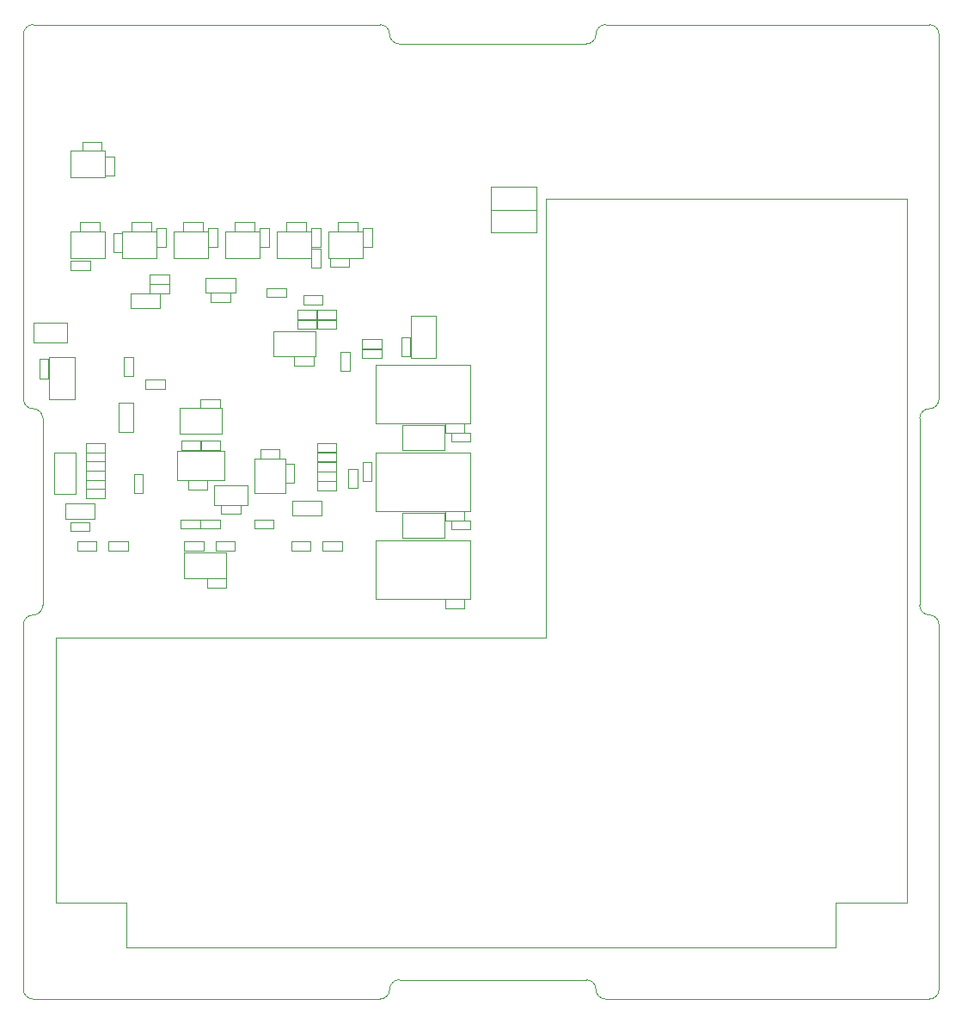
<source format=gbr>
G04 #@! TF.GenerationSoftware,KiCad,Pcbnew,5.1.9*
G04 #@! TF.CreationDate,2021-03-03T13:13:51+01:00*
G04 #@! TF.ProjectId,board_sierra,626f6172-645f-4736-9965-7272612e6b69,v1.1*
G04 #@! TF.SameCoordinates,PX1903cf0PY6c69e80*
G04 #@! TF.FileFunction,Other,User*
%FSLAX46Y46*%
G04 Gerber Fmt 4.6, Leading zero omitted, Abs format (unit mm)*
G04 Created by KiCad (PCBNEW 5.1.9) date 2021-03-03 13:13:51*
%MOMM*%
%LPD*%
G01*
G04 APERTURE LIST*
G04 #@! TA.AperFunction,Profile*
%ADD10C,0.100000*%
G04 #@! TD*
%ADD11C,0.050000*%
G04 APERTURE END LIST*
D10*
X50355500Y88900000D02*
G75*
G03*
X51308000Y89852500I0J952500D01*
G01*
X31940500Y88900000D02*
X50355500Y88900000D01*
X52260500Y90805000D02*
X84137500Y90805000D01*
X30988000Y89852500D02*
G75*
G03*
X30035500Y90805000I-952500J0D01*
G01*
X30988000Y89852500D02*
G75*
G03*
X31940500Y88900000I952500J0D01*
G01*
X-4127500Y90805000D02*
X30035500Y90805000D01*
X52260500Y90805000D02*
G75*
G03*
X51308000Y89852500I0J-952500D01*
G01*
X52260500Y-5080000D02*
X84137500Y-5080000D01*
X31940500Y-3175000D02*
X50355500Y-3175000D01*
X-4127500Y-5080000D02*
X30035500Y-5080000D01*
X52260500Y-5080000D02*
G75*
G02*
X51308000Y-4127500I0J952500D01*
G01*
X50355500Y-3175000D02*
G75*
G02*
X51308000Y-4127500I0J-952500D01*
G01*
X30988000Y-4127500D02*
G75*
G02*
X31940500Y-3175000I952500J0D01*
G01*
X30988000Y-4127500D02*
G75*
G02*
X30035500Y-5080000I-952500J0D01*
G01*
X84137500Y53009800D02*
G75*
G03*
X83185000Y52057300I0J-952500D01*
G01*
X85090000Y89852500D02*
X85090000Y53962300D01*
X83185000Y52057300D02*
X83185000Y33667700D01*
X85090000Y31762700D02*
X85090000Y-4127500D01*
X83185000Y33667700D02*
G75*
G03*
X84137500Y32715200I952500J0D01*
G01*
X85090000Y31762700D02*
G75*
G03*
X84137500Y32715200I-952500J0D01*
G01*
X84137500Y53009800D02*
G75*
G03*
X85090000Y53962300I0J952500D01*
G01*
X85090000Y-4127500D02*
G75*
G02*
X84137500Y-5080000I-952500J0D01*
G01*
X84137500Y90805000D02*
G75*
G02*
X85090000Y89852500I0J-952500D01*
G01*
X-5080000Y31762700D02*
X-5080000Y-4127500D01*
X-5080000Y89852500D02*
X-5080000Y53962300D01*
X-5080000Y89852500D02*
G75*
G02*
X-4127500Y90805000I952500J0D01*
G01*
X-3175000Y52057300D02*
X-3175000Y33667700D01*
X-4127500Y53009800D02*
G75*
G02*
X-5080000Y53962300I0J952500D01*
G01*
X-4127500Y53009800D02*
G75*
G02*
X-3175000Y52057300I0J-952500D01*
G01*
X-3175000Y33667700D02*
G75*
G02*
X-4127500Y32715200I-952500J0D01*
G01*
X-5080000Y31762700D02*
G75*
G02*
X-4127500Y32715200I952500J0D01*
G01*
X-4127500Y-5080000D02*
G75*
G02*
X-5080000Y-4127500I0J952500D01*
G01*
D11*
G04 #@! TO.C,ESD1*
X85000Y48660000D02*
X-2065000Y48660000D01*
X85000Y44660000D02*
X85000Y48660000D01*
X-2065000Y44660000D02*
X85000Y44660000D01*
X-2065000Y48660000D02*
X-2065000Y44660000D01*
G04 #@! TO.C,UA5*
X74930000Y4445000D02*
X74930000Y0D01*
X-1905000Y4445000D02*
X-1905000Y30480000D01*
X5080000Y0D02*
X5080000Y4445000D01*
X46355000Y30480000D02*
X46355000Y73660000D01*
X5080000Y4445000D02*
X-1905000Y4445000D01*
X74930000Y0D02*
X5080000Y0D01*
X-1905000Y30480000D02*
X46355000Y30480000D01*
X81915000Y73660000D02*
X81915000Y4445000D01*
X81915000Y4445000D02*
X74930000Y4445000D01*
X46355000Y73660000D02*
X81915000Y73660000D01*
G04 #@! TO.C,C21*
X12890000Y64435000D02*
X15790000Y64435000D01*
X15790000Y65885000D02*
X15790000Y64435000D01*
X12890000Y64435000D02*
X12890000Y65885000D01*
X15790000Y65885000D02*
X12890000Y65885000D01*
G04 #@! TO.C,C17*
X8390000Y64375000D02*
X5490000Y64375000D01*
X5490000Y62925000D02*
X5490000Y64375000D01*
X8390000Y64375000D02*
X8390000Y62925000D01*
X5490000Y62925000D02*
X8390000Y62925000D01*
G04 #@! TO.C,C26*
X-4105000Y61450000D02*
X-4105000Y59550000D01*
X-4105000Y61450000D02*
X-755000Y61450000D01*
X-755000Y59550000D02*
X-755000Y61450000D01*
X-755000Y59550000D02*
X-4105000Y59550000D01*
G04 #@! TO.C,C15*
X13655000Y45460000D02*
X13655000Y43560000D01*
X13655000Y45460000D02*
X17005000Y45460000D01*
X17005000Y43560000D02*
X17005000Y45460000D01*
X17005000Y43560000D02*
X13655000Y43560000D01*
G04 #@! TO.C,C2*
X24290000Y43965000D02*
X21390000Y43965000D01*
X21390000Y42515000D02*
X21390000Y43965000D01*
X24290000Y43965000D02*
X24290000Y42515000D01*
X21390000Y42515000D02*
X24290000Y42515000D01*
G04 #@! TO.C,C42*
X15722000Y39950000D02*
X13822000Y39950000D01*
X15722000Y39050000D02*
X15722000Y39950000D01*
X13822000Y39050000D02*
X13822000Y39950000D01*
X15722000Y39050000D02*
X13822000Y39050000D01*
G04 #@! TO.C,C41*
X5196000Y39950000D02*
X3296000Y39950000D01*
X5196000Y39050000D02*
X5196000Y39950000D01*
X3296000Y39050000D02*
X3296000Y39950000D01*
X5196000Y39050000D02*
X3296000Y39050000D01*
G04 #@! TO.C,R58*
X-942000Y42201000D02*
X1958000Y42201000D01*
X1958000Y43651000D02*
X1958000Y42201000D01*
X-942000Y42201000D02*
X-942000Y43651000D01*
X1958000Y43651000D02*
X-942000Y43651000D01*
G04 #@! TO.C,F1*
X45420000Y72595000D02*
X45420000Y74845000D01*
X40920000Y72595000D02*
X45420000Y72595000D01*
X45420000Y74845000D02*
X40920000Y74845000D01*
X40920000Y72595000D02*
X40920000Y74845000D01*
G04 #@! TO.C,F2*
X45420000Y70345000D02*
X45420000Y72595000D01*
X40920000Y70345000D02*
X45420000Y70345000D01*
X45420000Y72595000D02*
X40920000Y72595000D01*
X40920000Y70345000D02*
X40920000Y72595000D01*
G04 #@! TO.C,R40*
X23840000Y61750000D02*
X25740000Y61750000D01*
X25740000Y61750000D02*
X25740000Y60850000D01*
X23840000Y61750000D02*
X23840000Y60850000D01*
X23840000Y60850000D02*
X25740000Y60850000D01*
G04 #@! TO.C,R24*
X10410000Y42120000D02*
X12310000Y42120000D01*
X12310000Y42120000D02*
X12310000Y41220000D01*
X10410000Y42120000D02*
X10410000Y41220000D01*
X10410000Y41220000D02*
X12310000Y41220000D01*
G04 #@! TO.C,R29*
X23198000Y39050000D02*
X21298000Y39050000D01*
X21298000Y39050000D02*
X21298000Y39950000D01*
X23198000Y39050000D02*
X23198000Y39950000D01*
X23198000Y39950000D02*
X21298000Y39950000D01*
G04 #@! TO.C,R28*
X12652000Y39050000D02*
X10752000Y39050000D01*
X10752000Y39050000D02*
X10752000Y39950000D01*
X12652000Y39050000D02*
X12652000Y39950000D01*
X12652000Y39950000D02*
X10752000Y39950000D01*
G04 #@! TO.C,R27*
X2116000Y39050000D02*
X216000Y39050000D01*
X216000Y39050000D02*
X216000Y39950000D01*
X2116000Y39050000D02*
X2116000Y39950000D01*
X2116000Y39950000D02*
X216000Y39950000D01*
G04 #@! TO.C,M4*
X38940000Y51608000D02*
X29640000Y51608000D01*
X29640000Y57358000D02*
X38940000Y57358000D01*
X38940000Y51608000D02*
X38940000Y57358000D01*
X29640000Y57358000D02*
X29640000Y51608000D01*
G04 #@! TO.C,M6*
X38940000Y34336000D02*
X29640000Y34336000D01*
X29640000Y40086000D02*
X38940000Y40086000D01*
X38940000Y34336000D02*
X38940000Y40086000D01*
X29640000Y40086000D02*
X29640000Y34336000D01*
G04 #@! TO.C,M5*
X38940000Y42972000D02*
X29640000Y42972000D01*
X29640000Y48722000D02*
X38940000Y48722000D01*
X38940000Y42972000D02*
X38940000Y48722000D01*
X29640000Y48722000D02*
X29640000Y42972000D01*
G04 #@! TO.C,TS7*
X-60000Y53930000D02*
X-60000Y58070000D01*
X-60000Y58070000D02*
X-2560000Y58070000D01*
X-2560000Y53930000D02*
X-60000Y53930000D01*
X-2560000Y58070000D02*
X-2560000Y53930000D01*
G04 #@! TO.C,TS6*
X32220000Y48915000D02*
X36360000Y48915000D01*
X36360000Y48915000D02*
X36360000Y51415000D01*
X32220000Y51415000D02*
X32220000Y48915000D01*
X36360000Y51415000D02*
X32220000Y51415000D01*
G04 #@! TO.C,TS5*
X33060000Y62130000D02*
X33060000Y57990000D01*
X33060000Y57990000D02*
X35560000Y57990000D01*
X35560000Y62130000D02*
X33060000Y62130000D01*
X35560000Y57990000D02*
X35560000Y62130000D01*
G04 #@! TO.C,TS4*
X19520000Y58160000D02*
X23660000Y58160000D01*
X23660000Y58160000D02*
X23660000Y60660000D01*
X19520000Y60660000D02*
X19520000Y58160000D01*
X23660000Y60660000D02*
X19520000Y60660000D01*
G04 #@! TO.C,TS3*
X32220000Y40279000D02*
X36360000Y40279000D01*
X36360000Y40279000D02*
X36360000Y42779000D01*
X32220000Y42779000D02*
X32220000Y40279000D01*
X36360000Y42779000D02*
X32220000Y42779000D01*
G04 #@! TO.C,TS2*
X10290000Y50560000D02*
X14430000Y50560000D01*
X14430000Y50560000D02*
X14430000Y53060000D01*
X10290000Y53060000D02*
X10290000Y50560000D01*
X14430000Y53060000D02*
X10290000Y53060000D01*
G04 #@! TO.C,TS1*
X10757000Y36342000D02*
X14897000Y36342000D01*
X14897000Y36342000D02*
X14897000Y38842000D01*
X10757000Y38842000D02*
X10757000Y36342000D01*
X14897000Y38842000D02*
X10757000Y38842000D01*
G04 #@! TO.C,C19*
X5745000Y50710000D02*
X5745000Y53610000D01*
X4295000Y53610000D02*
X5745000Y53610000D01*
X5745000Y50710000D02*
X4295000Y50710000D01*
X4295000Y53610000D02*
X4295000Y50710000D01*
G04 #@! TO.C,R9*
X28270000Y59860000D02*
X30170000Y59860000D01*
X30170000Y59860000D02*
X30170000Y58960000D01*
X28270000Y59860000D02*
X28270000Y58960000D01*
X28270000Y58960000D02*
X30170000Y58960000D01*
G04 #@! TO.C,R8*
X28270000Y58870000D02*
X30170000Y58870000D01*
X30170000Y58870000D02*
X30170000Y57970000D01*
X28270000Y58870000D02*
X28270000Y57970000D01*
X28270000Y57970000D02*
X30170000Y57970000D01*
G04 #@! TO.C,C13*
X14380000Y42660000D02*
X16280000Y42660000D01*
X14380000Y43560000D02*
X14380000Y42660000D01*
X16280000Y43560000D02*
X16280000Y42660000D01*
X14380000Y43560000D02*
X16280000Y43560000D01*
G04 #@! TO.C,R42*
X1040000Y48720000D02*
X2940000Y48720000D01*
X2940000Y48720000D02*
X2940000Y47820000D01*
X1040000Y48720000D02*
X1040000Y47820000D01*
X1040000Y47820000D02*
X2940000Y47820000D01*
G04 #@! TO.C,C20*
X15290000Y64430000D02*
X13390000Y64430000D01*
X15290000Y63530000D02*
X15290000Y64430000D01*
X13390000Y63530000D02*
X13390000Y64430000D01*
X15290000Y63530000D02*
X13390000Y63530000D01*
G04 #@! TO.C,R13*
X22500000Y64170000D02*
X24400000Y64170000D01*
X24400000Y64170000D02*
X24400000Y63270000D01*
X22500000Y64170000D02*
X22500000Y63270000D01*
X22500000Y63270000D02*
X24400000Y63270000D01*
G04 #@! TO.C,R12*
X28330000Y45880000D02*
X28330000Y47780000D01*
X28330000Y47780000D02*
X29230000Y47780000D01*
X28330000Y45880000D02*
X29230000Y45880000D01*
X29230000Y45880000D02*
X29230000Y47780000D01*
G04 #@! TO.C,R7*
X17640000Y42120000D02*
X19540000Y42120000D01*
X19540000Y42120000D02*
X19540000Y41220000D01*
X17640000Y42120000D02*
X17640000Y41220000D01*
X17640000Y41220000D02*
X19540000Y41220000D01*
G04 #@! TO.C,R6*
X6930000Y55860000D02*
X8830000Y55860000D01*
X8830000Y55860000D02*
X8830000Y54960000D01*
X6930000Y55860000D02*
X6930000Y54960000D01*
X6930000Y54960000D02*
X8830000Y54960000D01*
G04 #@! TO.C,R5*
X6680000Y46610000D02*
X6680000Y44710000D01*
X6680000Y44710000D02*
X5780000Y44710000D01*
X6680000Y46610000D02*
X5780000Y46610000D01*
X5780000Y46610000D02*
X5780000Y44710000D01*
G04 #@! TO.C,C16*
X7350000Y65280000D02*
X9250000Y65280000D01*
X7350000Y66180000D02*
X7350000Y65280000D01*
X9250000Y66180000D02*
X9250000Y65280000D01*
X7350000Y66180000D02*
X9250000Y66180000D01*
G04 #@! TO.C,C7*
X7350000Y64380000D02*
X9250000Y64380000D01*
X7350000Y65280000D02*
X7350000Y64380000D01*
X9250000Y65280000D02*
X9250000Y64380000D01*
X7350000Y65280000D02*
X9250000Y65280000D01*
G04 #@! TO.C,C6*
X4840000Y58110000D02*
X4840000Y56210000D01*
X5740000Y58110000D02*
X4840000Y58110000D01*
X5740000Y56210000D02*
X4840000Y56210000D01*
X5740000Y58110000D02*
X5740000Y56210000D01*
G04 #@! TO.C,R20*
X23290000Y66868000D02*
X23290000Y68768000D01*
X23290000Y68768000D02*
X24190000Y68768000D01*
X23290000Y66868000D02*
X24190000Y66868000D01*
X24190000Y66868000D02*
X24190000Y68768000D01*
G04 #@! TO.C,R18*
X25120000Y67850000D02*
X27020000Y67850000D01*
X27020000Y67850000D02*
X27020000Y66950000D01*
X25120000Y67850000D02*
X25120000Y66950000D01*
X25120000Y66950000D02*
X27020000Y66950000D01*
G04 #@! TO.C,R2*
X3750000Y68400000D02*
X3750000Y70300000D01*
X3750000Y70300000D02*
X4650000Y70300000D01*
X3750000Y68400000D02*
X4650000Y68400000D01*
X4650000Y68400000D02*
X4650000Y70300000D01*
G04 #@! TO.C,R11*
X3870000Y77840000D02*
X3870000Y75940000D01*
X3870000Y75940000D02*
X2970000Y75940000D01*
X3870000Y77840000D02*
X2970000Y77840000D01*
X2970000Y77840000D02*
X2970000Y75940000D01*
G04 #@! TO.C,R26*
X13130000Y68900000D02*
X13130000Y70800000D01*
X13130000Y70800000D02*
X14030000Y70800000D01*
X13130000Y68900000D02*
X14030000Y68900000D01*
X14030000Y68900000D02*
X14030000Y70800000D01*
G04 #@! TO.C,C35*
X12580000Y71350000D02*
X10680000Y71350000D01*
X12580000Y70450000D02*
X12580000Y71350000D01*
X10680000Y70450000D02*
X10680000Y71350000D01*
X12580000Y70450000D02*
X10680000Y70450000D01*
G04 #@! TO.C,AS11*
X9730000Y67850000D02*
X9730000Y70450000D01*
X13130000Y67850000D02*
X9730000Y67850000D01*
X13130000Y67850000D02*
X13130000Y70450000D01*
X13130000Y70450000D02*
X9730000Y70450000D01*
G04 #@! TO.C,C55*
X20140000Y48990000D02*
X18240000Y48990000D01*
X20140000Y48090000D02*
X20140000Y48990000D01*
X18240000Y48090000D02*
X18240000Y48990000D01*
X20140000Y48090000D02*
X18240000Y48090000D01*
G04 #@! TO.C,C50*
X12386000Y48938000D02*
X14286000Y48938000D01*
X12386000Y49838000D02*
X12386000Y48938000D01*
X14286000Y49838000D02*
X14286000Y48938000D01*
X12386000Y49838000D02*
X14286000Y49838000D01*
G04 #@! TO.C,R39*
X23840000Y62710000D02*
X25740000Y62710000D01*
X25740000Y62710000D02*
X25740000Y61810000D01*
X23840000Y62710000D02*
X23840000Y61810000D01*
X23840000Y61810000D02*
X25740000Y61810000D01*
G04 #@! TO.C,R38*
X23790000Y61810000D02*
X21890000Y61810000D01*
X21890000Y61810000D02*
X21890000Y62710000D01*
X23790000Y61810000D02*
X23790000Y62710000D01*
X23790000Y62710000D02*
X21890000Y62710000D01*
G04 #@! TO.C,R37*
X23790000Y60850000D02*
X21890000Y60850000D01*
X21890000Y60850000D02*
X21890000Y61750000D01*
X23790000Y60850000D02*
X23790000Y61750000D01*
X23790000Y61750000D02*
X21890000Y61750000D01*
G04 #@! TO.C,R46*
X1040000Y45110000D02*
X2940000Y45110000D01*
X2940000Y45110000D02*
X2940000Y44210000D01*
X1040000Y45110000D02*
X1040000Y44210000D01*
X1040000Y44210000D02*
X2940000Y44210000D01*
G04 #@! TO.C,R45*
X1040000Y46020000D02*
X2940000Y46020000D01*
X2940000Y46020000D02*
X2940000Y45120000D01*
X1040000Y46020000D02*
X1040000Y45120000D01*
X1040000Y45120000D02*
X2940000Y45120000D01*
G04 #@! TO.C,R44*
X1040000Y46920000D02*
X2940000Y46920000D01*
X2940000Y46920000D02*
X2940000Y46020000D01*
X1040000Y46920000D02*
X1040000Y46020000D01*
X1040000Y46020000D02*
X2940000Y46020000D01*
G04 #@! TO.C,R43*
X1040000Y47820000D02*
X2940000Y47820000D01*
X2940000Y47820000D02*
X2940000Y46920000D01*
X1040000Y47820000D02*
X1040000Y46920000D01*
X1040000Y46920000D02*
X2940000Y46920000D01*
G04 #@! TO.C,R41*
X1040000Y49620000D02*
X2940000Y49620000D01*
X2940000Y49620000D02*
X2940000Y48720000D01*
X1040000Y49620000D02*
X1040000Y48720000D01*
X1040000Y48720000D02*
X2940000Y48720000D01*
G04 #@! TO.C,FB2*
X1458000Y40952000D02*
X-442000Y40952000D01*
X-442000Y40952000D02*
X-442000Y41852000D01*
X1458000Y40952000D02*
X1458000Y41852000D01*
X1458000Y41852000D02*
X-442000Y41852000D01*
G04 #@! TO.C,R36*
X23850000Y47760000D02*
X25750000Y47760000D01*
X25750000Y47760000D02*
X25750000Y46860000D01*
X23850000Y47760000D02*
X23850000Y46860000D01*
X23850000Y46860000D02*
X25750000Y46860000D01*
G04 #@! TO.C,R35*
X23850000Y48700000D02*
X25750000Y48700000D01*
X25750000Y48700000D02*
X25750000Y47800000D01*
X23850000Y48700000D02*
X23850000Y47800000D01*
X23850000Y47800000D02*
X25750000Y47800000D01*
G04 #@! TO.C,Y2*
X20690000Y44690000D02*
X20690000Y48090000D01*
X20690000Y48090000D02*
X17690000Y48090000D01*
X17690000Y48090000D02*
X17690000Y44690000D01*
X17690000Y44690000D02*
X20690000Y44690000D01*
G04 #@! TO.C,Y1*
X14676000Y48888000D02*
X10056000Y48888000D01*
X10056000Y48888000D02*
X10056000Y46008000D01*
X10056000Y46008000D02*
X14676000Y46008000D01*
X14676000Y46008000D02*
X14676000Y48888000D01*
G04 #@! TO.C,R4*
X8050000Y68900000D02*
X8050000Y70800000D01*
X8050000Y70800000D02*
X8950000Y70800000D01*
X8050000Y68900000D02*
X8950000Y68900000D01*
X8950000Y68900000D02*
X8950000Y70800000D01*
G04 #@! TO.C,R23*
X14260000Y41220000D02*
X12360000Y41220000D01*
X12360000Y41220000D02*
X12360000Y42120000D01*
X14260000Y41220000D02*
X14260000Y42120000D01*
X14260000Y42120000D02*
X12360000Y42120000D01*
G04 #@! TO.C,R49*
X18210000Y68900000D02*
X18210000Y70800000D01*
X18210000Y70800000D02*
X19110000Y70800000D01*
X18210000Y68900000D02*
X19110000Y68900000D01*
X19110000Y68900000D02*
X19110000Y70800000D01*
G04 #@! TO.C,R34*
X23290000Y68900000D02*
X23290000Y70800000D01*
X23290000Y70800000D02*
X24190000Y70800000D01*
X23290000Y68900000D02*
X24190000Y68900000D01*
X24190000Y68900000D02*
X24190000Y70800000D01*
G04 #@! TO.C,R32*
X23850000Y45860000D02*
X25750000Y45860000D01*
X25750000Y45860000D02*
X25750000Y44960000D01*
X23850000Y45860000D02*
X23850000Y44960000D01*
X23850000Y44960000D02*
X25750000Y44960000D01*
G04 #@! TO.C,R31*
X23850000Y46810000D02*
X25750000Y46810000D01*
X25750000Y46810000D02*
X25750000Y45910000D01*
X23850000Y46810000D02*
X23850000Y45910000D01*
X23850000Y45910000D02*
X25750000Y45910000D01*
G04 #@! TO.C,R30*
X23850000Y49650000D02*
X25750000Y49650000D01*
X25750000Y49650000D02*
X25750000Y48750000D01*
X23850000Y49650000D02*
X23850000Y48750000D01*
X23850000Y48750000D02*
X25750000Y48750000D01*
G04 #@! TO.C,R57*
X20690000Y45690000D02*
X20690000Y47590000D01*
X20690000Y47590000D02*
X21590000Y47590000D01*
X20690000Y45690000D02*
X21590000Y45690000D01*
X21590000Y45690000D02*
X21590000Y47590000D01*
G04 #@! TO.C,R47*
X13036000Y45058000D02*
X11136000Y45058000D01*
X11136000Y45058000D02*
X11136000Y45958000D01*
X13036000Y45058000D02*
X13036000Y45958000D01*
X13036000Y45958000D02*
X11136000Y45958000D01*
G04 #@! TO.C,R21*
X28370000Y68900000D02*
X28370000Y70800000D01*
X28370000Y70800000D02*
X29270000Y70800000D01*
X28370000Y68900000D02*
X29270000Y68900000D01*
X29270000Y68900000D02*
X29270000Y70800000D01*
G04 #@! TO.C,R10*
X-430000Y67530000D02*
X1470000Y67530000D01*
X1470000Y67530000D02*
X1470000Y66630000D01*
X-430000Y67530000D02*
X-430000Y66630000D01*
X-430000Y66630000D02*
X1470000Y66630000D01*
G04 #@! TO.C,C4*
X7500000Y71350000D02*
X5600000Y71350000D01*
X7500000Y70450000D02*
X7500000Y71350000D01*
X5600000Y70450000D02*
X5600000Y71350000D01*
X7500000Y70450000D02*
X5600000Y70450000D01*
G04 #@! TO.C,C46*
X-3510000Y57900000D02*
X-3510000Y56000000D01*
X-2610000Y57900000D02*
X-3510000Y57900000D01*
X-2610000Y56000000D02*
X-3510000Y56000000D01*
X-2610000Y57900000D02*
X-2610000Y56000000D01*
G04 #@! TO.C,C45*
X37040000Y49760000D02*
X38940000Y49760000D01*
X37040000Y50660000D02*
X37040000Y49760000D01*
X38940000Y50660000D02*
X38940000Y49760000D01*
X37040000Y50660000D02*
X38940000Y50660000D01*
G04 #@! TO.C,C38*
X33010000Y58160000D02*
X33010000Y60060000D01*
X32110000Y58160000D02*
X33010000Y58160000D01*
X32110000Y60060000D02*
X33010000Y60060000D01*
X32110000Y58160000D02*
X32110000Y60060000D01*
G04 #@! TO.C,C37*
X21590000Y57260000D02*
X23490000Y57260000D01*
X21590000Y58160000D02*
X21590000Y57260000D01*
X23490000Y58160000D02*
X23490000Y57260000D01*
X21590000Y58160000D02*
X23490000Y58160000D01*
G04 #@! TO.C,C36*
X37040000Y41120000D02*
X38940000Y41120000D01*
X37040000Y42020000D02*
X37040000Y41120000D01*
X38940000Y42020000D02*
X38940000Y41120000D01*
X37040000Y42020000D02*
X38940000Y42020000D01*
G04 #@! TO.C,C33*
X14260000Y53960000D02*
X12360000Y53960000D01*
X14260000Y53060000D02*
X14260000Y53960000D01*
X12360000Y53060000D02*
X12360000Y53960000D01*
X14260000Y53060000D02*
X12360000Y53060000D01*
G04 #@! TO.C,C32*
X14902000Y36300000D02*
X13002000Y36300000D01*
X14902000Y35400000D02*
X14902000Y36300000D01*
X13002000Y35400000D02*
X13002000Y36300000D01*
X14902000Y35400000D02*
X13002000Y35400000D01*
G04 #@! TO.C,C54*
X17660000Y71350000D02*
X15760000Y71350000D01*
X17660000Y70450000D02*
X17660000Y71350000D01*
X15760000Y70450000D02*
X15760000Y71350000D01*
X17660000Y70450000D02*
X15760000Y70450000D01*
G04 #@! TO.C,C43*
X26278000Y39950000D02*
X24378000Y39950000D01*
X26278000Y39050000D02*
X26278000Y39950000D01*
X24378000Y39050000D02*
X24378000Y39950000D01*
X26278000Y39050000D02*
X24378000Y39050000D01*
G04 #@! TO.C,C48*
X22740000Y71350000D02*
X20840000Y71350000D01*
X22740000Y70450000D02*
X22740000Y71350000D01*
X20840000Y70450000D02*
X20840000Y71350000D01*
X22740000Y70450000D02*
X20840000Y70450000D01*
G04 #@! TO.C,C40*
X38350000Y34290000D02*
X36450000Y34290000D01*
X38350000Y33390000D02*
X38350000Y34290000D01*
X36450000Y33390000D02*
X36450000Y34290000D01*
X38350000Y33390000D02*
X36450000Y33390000D01*
G04 #@! TO.C,C39*
X38350000Y42920000D02*
X36450000Y42920000D01*
X38350000Y42020000D02*
X38350000Y42920000D01*
X36450000Y42020000D02*
X36450000Y42920000D01*
X38350000Y42020000D02*
X36450000Y42020000D01*
G04 #@! TO.C,C44*
X38340000Y51560000D02*
X36440000Y51560000D01*
X38340000Y50660000D02*
X38340000Y51560000D01*
X36440000Y50660000D02*
X36440000Y51560000D01*
X38340000Y50660000D02*
X36440000Y50660000D01*
G04 #@! TO.C,C49*
X10436000Y48938000D02*
X12336000Y48938000D01*
X10436000Y49838000D02*
X10436000Y48938000D01*
X12336000Y49838000D02*
X12336000Y48938000D01*
X10436000Y49838000D02*
X12336000Y49838000D01*
G04 #@! TO.C,C31*
X27820000Y71350000D02*
X25920000Y71350000D01*
X27820000Y70450000D02*
X27820000Y71350000D01*
X25920000Y70450000D02*
X25920000Y71350000D01*
X27820000Y70450000D02*
X25920000Y70450000D01*
G04 #@! TO.C,C12*
X27830000Y45210000D02*
X27830000Y47110000D01*
X26930000Y45210000D02*
X27830000Y45210000D01*
X26930000Y47110000D02*
X27830000Y47110000D01*
X26930000Y45210000D02*
X26930000Y47110000D01*
G04 #@! TO.C,C10*
X27060000Y56710000D02*
X27060000Y58610000D01*
X26160000Y56710000D02*
X27060000Y56710000D01*
X26160000Y58610000D02*
X27060000Y58610000D01*
X26160000Y56710000D02*
X26160000Y58610000D01*
G04 #@! TO.C,C8*
X20790000Y64890000D02*
X18890000Y64890000D01*
X20790000Y63990000D02*
X20790000Y64890000D01*
X18890000Y63990000D02*
X18890000Y64890000D01*
X20790000Y63990000D02*
X18890000Y63990000D01*
G04 #@! TO.C,C23*
X2620000Y79290000D02*
X720000Y79290000D01*
X2620000Y78390000D02*
X2620000Y79290000D01*
X720000Y78390000D02*
X720000Y79290000D01*
X2620000Y78390000D02*
X720000Y78390000D01*
G04 #@! TO.C,C22*
X2420000Y71350000D02*
X520000Y71350000D01*
X2420000Y70450000D02*
X2420000Y71350000D01*
X520000Y70450000D02*
X520000Y71350000D01*
X2420000Y70450000D02*
X520000Y70450000D01*
G04 #@! TO.C,AS2*
X4650000Y67850000D02*
X4650000Y70450000D01*
X8050000Y67850000D02*
X4650000Y67850000D01*
X8050000Y67850000D02*
X8050000Y70450000D01*
X8050000Y70450000D02*
X4650000Y70450000D01*
G04 #@! TO.C,AS15*
X14810000Y67850000D02*
X14810000Y70450000D01*
X18210000Y67850000D02*
X14810000Y67850000D01*
X18210000Y67850000D02*
X18210000Y70450000D01*
X18210000Y70450000D02*
X14810000Y70450000D01*
G04 #@! TO.C,AS13*
X19890000Y67850000D02*
X19890000Y70450000D01*
X23290000Y67850000D02*
X19890000Y67850000D01*
X23290000Y67850000D02*
X23290000Y70450000D01*
X23290000Y70450000D02*
X19890000Y70450000D01*
G04 #@! TO.C,AS9*
X24970000Y67850000D02*
X24970000Y70450000D01*
X28370000Y67850000D02*
X24970000Y67850000D01*
X28370000Y67850000D02*
X28370000Y70450000D01*
X28370000Y70450000D02*
X24970000Y70450000D01*
G04 #@! TO.C,AS4*
X-430000Y75790000D02*
X-430000Y78390000D01*
X2970000Y75790000D02*
X-430000Y75790000D01*
X2970000Y75790000D02*
X2970000Y78390000D01*
X2970000Y78390000D02*
X-430000Y78390000D01*
G04 #@! TO.C,AS3*
X-430000Y67850000D02*
X-430000Y70450000D01*
X2970000Y67850000D02*
X-430000Y67850000D01*
X2970000Y67850000D02*
X2970000Y70450000D01*
X2970000Y70450000D02*
X-430000Y70450000D01*
G04 #@! TD*
M02*

</source>
